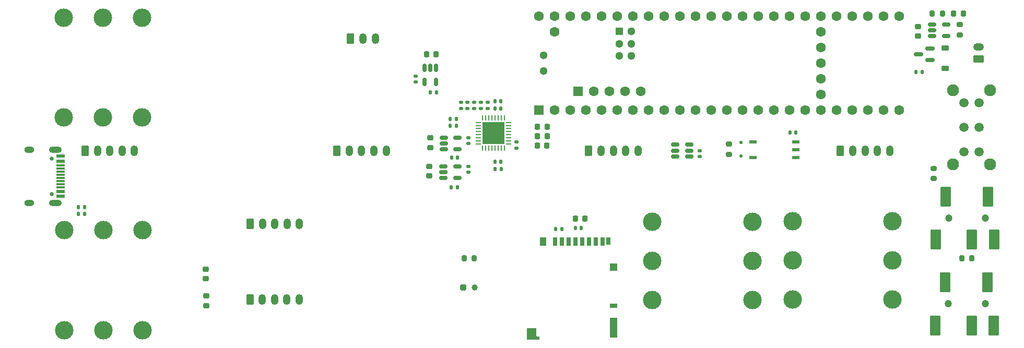
<source format=gts>
%TF.GenerationSoftware,KiCad,Pcbnew,8.0.2*%
%TF.CreationDate,2024-10-21T17:53:16+02:00*%
%TF.ProjectId,teensyAudioMidi,7465656e-7379-4417-9564-696f4d696469,rev?*%
%TF.SameCoordinates,Original*%
%TF.FileFunction,Soldermask,Top*%
%TF.FilePolarity,Negative*%
%FSLAX46Y46*%
G04 Gerber Fmt 4.6, Leading zero omitted, Abs format (unit mm)*
G04 Created by KiCad (PCBNEW 8.0.2) date 2024-10-21 17:53:16*
%MOMM*%
%LPD*%
G01*
G04 APERTURE LIST*
G04 Aperture macros list*
%AMRoundRect*
0 Rectangle with rounded corners*
0 $1 Rounding radius*
0 $2 $3 $4 $5 $6 $7 $8 $9 X,Y pos of 4 corners*
0 Add a 4 corners polygon primitive as box body*
4,1,4,$2,$3,$4,$5,$6,$7,$8,$9,$2,$3,0*
0 Add four circle primitives for the rounded corners*
1,1,$1+$1,$2,$3*
1,1,$1+$1,$4,$5*
1,1,$1+$1,$6,$7*
1,1,$1+$1,$8,$9*
0 Add four rect primitives between the rounded corners*
20,1,$1+$1,$2,$3,$4,$5,0*
20,1,$1+$1,$4,$5,$6,$7,0*
20,1,$1+$1,$6,$7,$8,$9,0*
20,1,$1+$1,$8,$9,$2,$3,0*%
%AMRotRect*
0 Rectangle, with rotation*
0 The origin of the aperture is its center*
0 $1 length*
0 $2 width*
0 $3 Rotation angle, in degrees counterclockwise*
0 Add horizontal line*
21,1,$1,$2,0,0,$3*%
G04 Aperture macros list end*
%ADD10RoundRect,0.135000X-0.135000X-0.185000X0.135000X-0.185000X0.135000X0.185000X-0.135000X0.185000X0*%
%ADD11RoundRect,0.150000X-0.512500X-0.150000X0.512500X-0.150000X0.512500X0.150000X-0.512500X0.150000X0*%
%ADD12RoundRect,0.200000X0.275000X-0.200000X0.275000X0.200000X-0.275000X0.200000X-0.275000X-0.200000X0*%
%ADD13RoundRect,0.200000X0.200000X0.275000X-0.200000X0.275000X-0.200000X-0.275000X0.200000X-0.275000X0*%
%ADD14RoundRect,0.150000X0.587500X0.150000X-0.587500X0.150000X-0.587500X-0.150000X0.587500X-0.150000X0*%
%ADD15RoundRect,0.250000X0.625000X-0.350000X0.625000X0.350000X-0.625000X0.350000X-0.625000X-0.350000X0*%
%ADD16O,1.750000X1.200000*%
%ADD17RoundRect,0.218750X-0.218750X-0.256250X0.218750X-0.256250X0.218750X0.256250X-0.218750X0.256250X0*%
%ADD18RoundRect,0.225000X-0.375000X0.225000X-0.375000X-0.225000X0.375000X-0.225000X0.375000X0.225000X0*%
%ADD19RoundRect,0.225000X0.250000X-0.225000X0.250000X0.225000X-0.250000X0.225000X-0.250000X-0.225000X0*%
%ADD20RoundRect,0.250000X-0.250000X-0.250000X0.250000X-0.250000X0.250000X0.250000X-0.250000X0.250000X0*%
%ADD21C,1.000000*%
%ADD22RoundRect,0.140000X0.140000X0.170000X-0.140000X0.170000X-0.140000X-0.170000X0.140000X-0.170000X0*%
%ADD23RoundRect,0.200000X-0.200000X-0.275000X0.200000X-0.275000X0.200000X0.275000X-0.200000X0.275000X0*%
%ADD24RoundRect,0.140000X0.170000X-0.140000X0.170000X0.140000X-0.170000X0.140000X-0.170000X-0.140000X0*%
%ADD25RoundRect,0.250000X-0.350000X-0.625000X0.350000X-0.625000X0.350000X0.625000X-0.350000X0.625000X0*%
%ADD26O,1.200000X1.750000*%
%ADD27RoundRect,0.225000X-0.250000X0.225000X-0.250000X-0.225000X0.250000X-0.225000X0.250000X0.225000X0*%
%ADD28RoundRect,0.200000X-0.275000X0.200000X-0.275000X-0.200000X0.275000X-0.200000X0.275000X0.200000X0*%
%ADD29RoundRect,0.225000X0.225000X0.250000X-0.225000X0.250000X-0.225000X-0.250000X0.225000X-0.250000X0*%
%ADD30C,0.650000*%
%ADD31R,1.450000X0.600000*%
%ADD32R,1.450000X0.300000*%
%ADD33O,2.100000X1.000000*%
%ADD34O,1.600000X1.000000*%
%ADD35RoundRect,0.135000X-0.185000X0.135000X-0.185000X-0.135000X0.185000X-0.135000X0.185000X0.135000X0*%
%ADD36RoundRect,0.140000X-0.170000X0.140000X-0.170000X-0.140000X0.170000X-0.140000X0.170000X0.140000X0*%
%ADD37RoundRect,0.140000X-0.140000X-0.170000X0.140000X-0.170000X0.140000X0.170000X-0.140000X0.170000X0*%
%ADD38RoundRect,0.225000X-0.225000X-0.250000X0.225000X-0.250000X0.225000X0.250000X-0.225000X0.250000X0*%
%ADD39R,1.208024X0.466344*%
%ADD40C,3.000000*%
%ADD41C,1.200000*%
%ADD42RoundRect,0.102000X0.750000X1.500000X-0.750000X1.500000X-0.750000X-1.500000X0.750000X-1.500000X0*%
%ADD43RoundRect,0.150000X-0.150000X0.512500X-0.150000X-0.512500X0.150000X-0.512500X0.150000X0.512500X0*%
%ADD44RoundRect,0.135000X0.135000X0.185000X-0.135000X0.185000X-0.135000X-0.185000X0.135000X-0.185000X0*%
%ADD45RoundRect,0.125000X-0.125000X0.125000X-0.125000X-0.125000X0.125000X-0.125000X0.125000X0.125000X0*%
%ADD46RoundRect,0.062500X0.062500X-0.337500X0.062500X0.337500X-0.062500X0.337500X-0.062500X-0.337500X0*%
%ADD47RoundRect,0.062500X0.337500X-0.062500X0.337500X0.062500X-0.337500X0.062500X-0.337500X-0.062500X0*%
%ADD48R,3.600000X3.600000*%
%ADD49R,0.700000X1.400000*%
%ADD50R,0.700000X1.200000*%
%ADD51R,1.200000X0.800000*%
%ADD52R,1.500000X1.900000*%
%ADD53RotRect,0.200000X0.200000X45.000000*%
%ADD54R,0.500000X0.500000*%
%ADD55R,1.000000X1.400000*%
%ADD56R,1.200000X1.200000*%
%ADD57R,1.200000X3.200000*%
%ADD58C,1.500000*%
%ADD59C,1.950000*%
%ADD60R,1.600000X1.600000*%
%ADD61C,1.600000*%
%ADD62R,1.300000X1.300000*%
%ADD63C,1.300000*%
G04 APERTURE END LIST*
D10*
X176690000Y-35920000D03*
X177710000Y-35920000D03*
D11*
X179255000Y-28205000D03*
X179255000Y-29155000D03*
X179255000Y-30105000D03*
X181530000Y-30105000D03*
X181530000Y-28205000D03*
D12*
X183770000Y-29900000D03*
X183770000Y-28250000D03*
D13*
X180965000Y-26460000D03*
X179315000Y-26460000D03*
D14*
X178940000Y-34005000D03*
X178940000Y-32105000D03*
X177065000Y-33055000D03*
D15*
X186810000Y-33840000D03*
D16*
X186810000Y-31840000D03*
D17*
X182742500Y-26460000D03*
X184317500Y-26460000D03*
D18*
X181352500Y-32062500D03*
X181352500Y-35362500D03*
D19*
X177030000Y-30110000D03*
X177030000Y-28560000D03*
D20*
X103250000Y-70930000D03*
D21*
X105150000Y-70930000D03*
D22*
X102347500Y-49840000D03*
X101387500Y-49840000D03*
D23*
X103385000Y-66190000D03*
X105035000Y-66190000D03*
D24*
X95565000Y-37552500D03*
X95565000Y-36592500D03*
D10*
X101165000Y-43540000D03*
X102185000Y-43540000D03*
D25*
X164413334Y-48750000D03*
D26*
X166413334Y-48750000D03*
X168413334Y-48750000D03*
X170413334Y-48750000D03*
X172413334Y-48750000D03*
D27*
X61500000Y-67900000D03*
X61500000Y-69450000D03*
D28*
X179500000Y-51595000D03*
X179500000Y-53245000D03*
D25*
X68660000Y-72880000D03*
D26*
X70660000Y-72880000D03*
X72660000Y-72880000D03*
X74660000Y-72880000D03*
X76660000Y-72880000D03*
D29*
X116830000Y-47850000D03*
X115280000Y-47850000D03*
D30*
X36550000Y-49970000D03*
X36550000Y-55750000D03*
D31*
X37995000Y-49610000D03*
X37995000Y-50410000D03*
D32*
X37995000Y-51610000D03*
X37995000Y-52610000D03*
X37995000Y-53110000D03*
X37995000Y-54110000D03*
D31*
X37995000Y-55310000D03*
X37995000Y-56110000D03*
X37995000Y-56110000D03*
X37995000Y-55310000D03*
D32*
X37995000Y-54610000D03*
X37995000Y-53610000D03*
X37995000Y-52110000D03*
X37995000Y-51110000D03*
D31*
X37995000Y-50410000D03*
X37995000Y-49610000D03*
D33*
X37080000Y-48540000D03*
D34*
X32900000Y-48540000D03*
D33*
X37080000Y-57180000D03*
D34*
X32900000Y-57180000D03*
D35*
X103920000Y-40840000D03*
X103920000Y-41860000D03*
D25*
X41943334Y-48750000D03*
D26*
X43943334Y-48750000D03*
X45943334Y-48750000D03*
X47943334Y-48750000D03*
X49943334Y-48750000D03*
D10*
X101150000Y-44680000D03*
X102170000Y-44680000D03*
D22*
X122410000Y-61220000D03*
X121450000Y-61220000D03*
D36*
X104065000Y-51245000D03*
X104065000Y-52205000D03*
D11*
X137632500Y-47740000D03*
X137632500Y-48690000D03*
X137632500Y-49640000D03*
X139907500Y-49640000D03*
X139907500Y-48690000D03*
X139907500Y-47740000D03*
D37*
X108380000Y-40700000D03*
X109340000Y-40700000D03*
D11*
X100012500Y-51250000D03*
X100012500Y-52200000D03*
X100012500Y-53150000D03*
X102287500Y-53150000D03*
X102287500Y-51250000D03*
D29*
X116845000Y-46310000D03*
X115295000Y-46310000D03*
D38*
X121455000Y-59700000D03*
X123005000Y-59700000D03*
D35*
X106140000Y-40850000D03*
X106140000Y-41870000D03*
D39*
X150276600Y-47320000D03*
X150276600Y-49860000D03*
X157160000Y-49860000D03*
X157160000Y-48590000D03*
X157160000Y-47320000D03*
D35*
X107230000Y-40820000D03*
X107230000Y-41840000D03*
D25*
X84980000Y-30540000D03*
D26*
X86980000Y-30540000D03*
X88980000Y-30540000D03*
D36*
X111900000Y-47320000D03*
X111900000Y-48280000D03*
D25*
X68700000Y-60590000D03*
D26*
X70700000Y-60590000D03*
X72700000Y-60590000D03*
X74700000Y-60590000D03*
X76700000Y-60590000D03*
D40*
X150120000Y-66570000D03*
X133890000Y-66570000D03*
X150120000Y-72920000D03*
X133890000Y-72920000D03*
X150120000Y-60220000D03*
X133890000Y-60220000D03*
D41*
X187950000Y-59652500D03*
X181950000Y-59652500D03*
D42*
X188350000Y-56152500D03*
X181450000Y-56152500D03*
X185750000Y-63152500D03*
X189350000Y-63152500D03*
X179850000Y-63152500D03*
D37*
X156210000Y-45760000D03*
X157170000Y-45760000D03*
D10*
X40860000Y-57830000D03*
X41880000Y-57830000D03*
D43*
X98880000Y-35285000D03*
X97930000Y-35285000D03*
X96980000Y-35285000D03*
X96980000Y-37560000D03*
X98880000Y-37560000D03*
D13*
X185735000Y-66170000D03*
X184085000Y-66170000D03*
D10*
X40850000Y-58940000D03*
X41870000Y-58940000D03*
D29*
X116840000Y-44790000D03*
X115290000Y-44790000D03*
D41*
X187880000Y-73550000D03*
X181880000Y-73550000D03*
D42*
X188280000Y-70050000D03*
X181380000Y-70050000D03*
X185680000Y-77050000D03*
X189280000Y-77050000D03*
X179780000Y-77050000D03*
D40*
X44935000Y-77855000D03*
X44935000Y-61625000D03*
X38585000Y-77855000D03*
X38585000Y-61625000D03*
X51285000Y-77855000D03*
X51285000Y-61625000D03*
D27*
X97897500Y-46640000D03*
X97897500Y-48190000D03*
X61560000Y-72290000D03*
X61560000Y-73840000D03*
D44*
X119240000Y-61440000D03*
X118220000Y-61440000D03*
D36*
X141567500Y-48690000D03*
X141567500Y-49650000D03*
D35*
X102870000Y-40825000D03*
X102870000Y-41845000D03*
D11*
X100080000Y-46590000D03*
X100080000Y-47540000D03*
X100080000Y-48490000D03*
X102355000Y-48490000D03*
X102355000Y-46590000D03*
D35*
X105050000Y-40860000D03*
X105050000Y-41880000D03*
D45*
X148276528Y-47347164D03*
X148276528Y-49547164D03*
D25*
X82766667Y-48750000D03*
D26*
X84766667Y-48750000D03*
X86766667Y-48750000D03*
X88766667Y-48750000D03*
X90766667Y-48750000D03*
D29*
X98880000Y-33022500D03*
X97330000Y-33022500D03*
D27*
X97755000Y-51250000D03*
X97755000Y-52800000D03*
D46*
X106410000Y-48320000D03*
X106910000Y-48320000D03*
X107410000Y-48320000D03*
X107910000Y-48320000D03*
X108410000Y-48320000D03*
X108910000Y-48320000D03*
X109410000Y-48320000D03*
X109910000Y-48320000D03*
D47*
X110610000Y-47620000D03*
X110610000Y-47120000D03*
X110610000Y-46620000D03*
X110610000Y-46120000D03*
X110610000Y-45620000D03*
X110610000Y-45120000D03*
X110610000Y-44620000D03*
X110610000Y-44120000D03*
D46*
X109910000Y-43420000D03*
X109410000Y-43420000D03*
X108910000Y-43420000D03*
X108410000Y-43420000D03*
X107910000Y-43420000D03*
X107410000Y-43420000D03*
X106910000Y-43420000D03*
X106410000Y-43420000D03*
D47*
X105710000Y-44120000D03*
X105710000Y-44620000D03*
X105710000Y-45120000D03*
X105710000Y-45620000D03*
X105710000Y-46120000D03*
X105710000Y-46620000D03*
X105710000Y-47120000D03*
X105710000Y-47620000D03*
D48*
X108160000Y-45870000D03*
D49*
X118125000Y-63430000D03*
X119225000Y-63430000D03*
X120325000Y-63430000D03*
X121425000Y-63430000D03*
X122525000Y-63430000D03*
X123625000Y-63430000D03*
X124725000Y-63430000D03*
X125825000Y-63430000D03*
D50*
X126775000Y-63330000D03*
D51*
X127625000Y-73830000D03*
D52*
X114325000Y-78430000D03*
D53*
X115075000Y-78880000D03*
D54*
X115325000Y-79130000D03*
D55*
X116225000Y-63430000D03*
D56*
X127625000Y-67630000D03*
D57*
X127625000Y-77430000D03*
D37*
X108390000Y-41890000D03*
X109350000Y-41890000D03*
D58*
X186920000Y-48910000D03*
X186920000Y-44910000D03*
X186920000Y-40910000D03*
X184420000Y-40910000D03*
X184420000Y-44910000D03*
X184420000Y-48910000D03*
D59*
X188670000Y-50910000D03*
X182670000Y-50910000D03*
X188670000Y-38910000D03*
X182670000Y-38910000D03*
D37*
X108400000Y-50520000D03*
X109360000Y-50520000D03*
D40*
X172875000Y-66515000D03*
X156645000Y-66515000D03*
X172875000Y-72865000D03*
X156645000Y-72865000D03*
X172875000Y-60165000D03*
X156645000Y-60165000D03*
D36*
X104087500Y-46595000D03*
X104087500Y-47555000D03*
D25*
X123590000Y-48750000D03*
D26*
X125590000Y-48750000D03*
X127590000Y-48750000D03*
X129590000Y-48750000D03*
X131590000Y-48750000D03*
D22*
X98895000Y-39232500D03*
X97935000Y-39232500D03*
X102295000Y-54655000D03*
X101335000Y-54655000D03*
D60*
X115560000Y-42150000D03*
D61*
X118100000Y-42150000D03*
X120640000Y-42150000D03*
X123180000Y-42150000D03*
X125720000Y-42150000D03*
X128260000Y-42150000D03*
X130800000Y-42150000D03*
X133340000Y-42150000D03*
X135880000Y-42150000D03*
X138420000Y-42150000D03*
X140960000Y-42150000D03*
X143500000Y-42150000D03*
X146040000Y-42150000D03*
X148580000Y-42150000D03*
X151120000Y-42150000D03*
X153660000Y-42150000D03*
X156200000Y-42150000D03*
X158740000Y-42150000D03*
X161280000Y-42150000D03*
X163820000Y-42150000D03*
X166360000Y-42150000D03*
X168900000Y-42150000D03*
X171440000Y-42150000D03*
X173980000Y-42150000D03*
X173980000Y-26910000D03*
X171440000Y-26910000D03*
X168900000Y-26910000D03*
X166360000Y-26910000D03*
X163820000Y-26910000D03*
X161280000Y-26910000D03*
X158740000Y-26910000D03*
X156200000Y-26910000D03*
X153660000Y-26910000D03*
X151120000Y-26910000D03*
X148580000Y-26910000D03*
X146040000Y-26910000D03*
X143500000Y-26910000D03*
X140960000Y-26910000D03*
X138420000Y-26910000D03*
X135880000Y-26910000D03*
X133340000Y-26910000D03*
X130800000Y-26910000D03*
X128260000Y-26910000D03*
X125720000Y-26910000D03*
X123180000Y-26910000D03*
X120640000Y-26910000D03*
X118100000Y-26910000D03*
X115560000Y-26910000D03*
X118100000Y-29450000D03*
X161280000Y-39610000D03*
X161280000Y-37070000D03*
X161280000Y-34530000D03*
X161280000Y-31990000D03*
X161280000Y-29450000D03*
D60*
X121859200Y-39099200D03*
D61*
X124399200Y-39099200D03*
X126939200Y-39099200D03*
X129479200Y-39099200D03*
X132019200Y-39099200D03*
D62*
X128530000Y-29348400D03*
D63*
X128530000Y-31348400D03*
X128530000Y-33348400D03*
X130530000Y-33348400D03*
X130530000Y-31348400D03*
X130530000Y-29348400D03*
X116290000Y-33260000D03*
X116290000Y-35800000D03*
D28*
X146340000Y-47635000D03*
X146340000Y-49285000D03*
D37*
X108440000Y-51680000D03*
X109400000Y-51680000D03*
D40*
X44845000Y-43335000D03*
X44845000Y-27105000D03*
X38495000Y-43335000D03*
X38495000Y-27105000D03*
X51195000Y-43335000D03*
X51195000Y-27105000D03*
M02*

</source>
